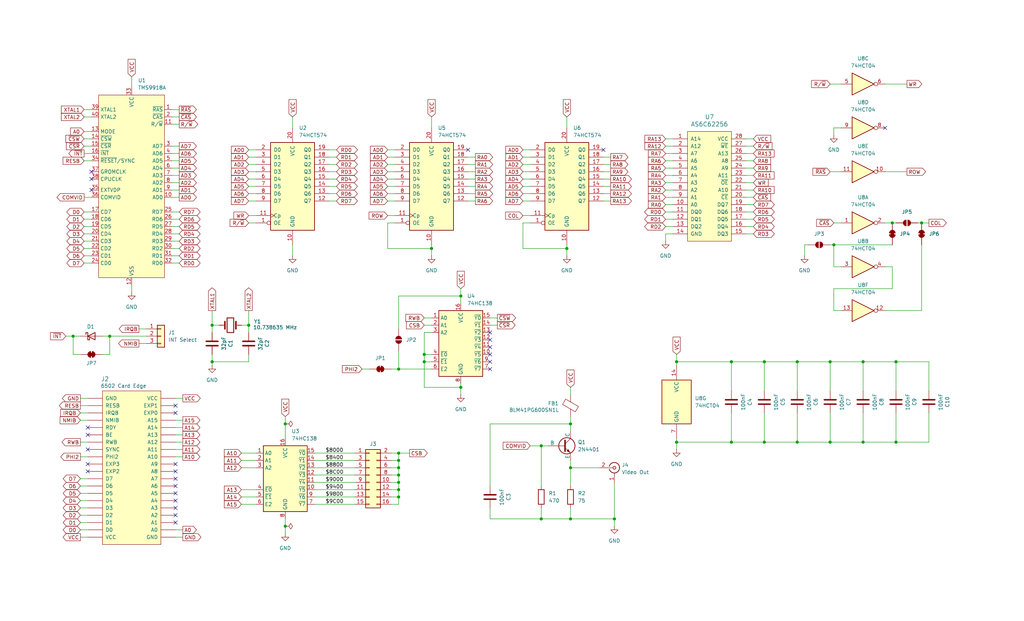
<source format=kicad_sch>
(kicad_sch (version 20250114) (generator "eeschema") (generator_version "9.0")
  (paper "USLegal")
  (title_block (title "6502 Video Card") (date "2025-09-06") (rev "1.1") (company "A.C. Wright Design"))
  (junction (at 147.32 123.19))
  (junction (at 254 153.67))
  (junction (at 265.43 153.67))
  (junction (at 311.15 125.73))
  (junction (at 138.43 165.1))
  (junction (at 276.86 125.73))
  (junction (at 149.86 86.36))
  (junction (at 99.06 147.32))
  (junction (at 138.43 128.27))
  (junction (at 309.88 77.47))
  (junction (at 198.12 180.34))
  (junction (at 276.86 153.67))
  (junction (at 289.56 85.09))
  (junction (at 147.32 125.73))
  (junction (at 187.96 180.34))
  (junction (at 198.12 162.56))
  (junction (at 320.04 77.47))
  (junction (at 138.43 170.18))
  (junction (at 288.29 153.67))
  (junction (at 73.66 125.73))
  (junction (at 86.36 113.03))
  (junction (at 234.95 153.67))
  (junction (at 254 125.73))
  (junction (at 138.43 167.64))
  (junction (at 311.15 153.67))
  (junction (at 198.12 147.32))
  (junction (at 288.29 125.73))
  (junction (at 196.85 86.36))
  (junction (at 299.72 125.73))
  (junction (at 299.72 153.67))
  (junction (at 265.43 125.73))
  (junction (at 138.43 172.72))
  (junction (at 160.02 134.62))
  (junction (at 160.02 102.87))
  (junction (at 234.95 125.73))
  (junction (at 25.4 116.84))
  (junction (at 73.66 113.03))
  (junction (at 187.96 154.94))
  (junction (at 38.1 116.84))
  (junction (at 138.43 162.56))
  (junction (at 213.36 180.34))
  (junction (at 138.43 160.02))
  (junction (at 138.43 157.48))
  (junction (at 99.06 182.88))
  (no_connect (at 31.75 59.69))
  (no_connect (at 60.96 179.07))
  (no_connect (at 162.56 52.07))
  (no_connect (at 170.18 118.11))
  (no_connect (at 60.96 163.83))
  (no_connect (at 30.48 163.83))
  (no_connect (at 30.48 151.13))
  (no_connect (at 30.48 148.59))
  (no_connect (at 60.96 166.37))
  (no_connect (at 60.96 173.99))
  (no_connect (at 60.96 168.91))
  (no_connect (at 31.75 66.04))
  (no_connect (at 170.18 120.65))
  (no_connect (at 30.48 156.21))
  (no_connect (at 307.34 44.45))
  (no_connect (at 170.18 125.73))
  (no_connect (at 60.96 181.61))
  (no_connect (at 60.96 176.53))
  (no_connect (at 170.18 123.19))
  (no_connect (at 170.18 115.57))
  (no_connect (at 30.48 161.29))
  (no_connect (at 209.55 52.07))
  (no_connect (at 60.96 143.51))
  (no_connect (at 60.96 140.97))
  (no_connect (at 170.18 128.27))
  (no_connect (at 60.96 171.45))
  (no_connect (at 31.75 62.23))
  (no_connect (at 60.96 161.29))
  (wire (pts (xy 134.62 74.93) (xy 137.16 74.93)))
  (wire (pts (xy 29.21 68.58) (xy 31.75 68.58)))
  (wire (pts (xy 307.34 77.47) (xy 309.88 77.47)))
  (wire (pts (xy 59.69 86.36) (xy 62.23 86.36)))
  (wire (pts (xy 162.56 67.31) (xy 165.1 67.31)))
  (wire (pts (xy 138.43 165.1) (xy 138.43 162.56)))
  (wire (pts (xy 209.55 59.69) (xy 212.09 59.69)))
  (wire (pts (xy 29.21 48.26) (xy 31.75 48.26)))
  (wire (pts (xy 59.69 66.04) (xy 62.23 66.04)))
  (wire (pts (xy 59.69 43.18) (xy 62.23 43.18)))
  (wire (pts (xy 109.22 175.26) (xy 123.19 175.26)))
  (wire (pts (xy 209.55 69.85) (xy 212.09 69.85)))
  (wire (pts (xy 114.3 67.31) (xy 116.84 67.31)))
  (wire (pts (xy 147.32 113.03) (xy 149.86 113.03)))
  (wire (pts (xy 231.14 68.58) (xy 233.68 68.58)))
  (wire (pts (xy 162.56 62.23) (xy 165.1 62.23)))
  (wire (pts (xy 149.86 40.64) (xy 149.86 44.45)))
  (wire (pts (xy 289.56 92.71) (xy 292.1 92.71)))
  (wire (pts (xy 59.69 53.34) (xy 62.23 53.34)))
  (wire (pts (xy 198.12 176.53) (xy 198.12 180.34)))
  (wire (pts (xy 276.86 153.67) (xy 265.43 153.67)))
  (wire (pts (xy 138.43 175.26) (xy 138.43 172.72)))
  (wire (pts (xy 83.82 160.02) (xy 88.9 160.02)))
  (wire (pts (xy 125.73 128.27) (xy 128.27 128.27)))
  (wire (pts (xy 149.86 86.36) (xy 149.86 88.9)))
  (wire (pts (xy 289.56 77.47) (xy 292.1 77.47)))
  (wire (pts (xy 160.02 102.87) (xy 160.02 105.41)))
  (wire (pts (xy 292.1 44.45) (xy 289.56 44.45)))
  (wire (pts (xy 27.94 184.15) (xy 30.48 184.15)))
  (wire (pts (xy 27.94 171.45) (xy 30.48 171.45)))
  (wire (pts (xy 101.6 40.64) (xy 101.6 44.45)))
  (wire (pts (xy 234.95 152.4) (xy 234.95 153.67)))
  (wire (pts (xy 322.58 143.51) (xy 322.58 153.67)))
  (wire (pts (xy 181.61 77.47) (xy 181.61 86.36)))
  (wire (pts (xy 86.36 113.03) (xy 86.36 115.57)))
  (wire (pts (xy 86.36 67.31) (xy 88.9 67.31)))
  (wire (pts (xy 60.96 153.67) (xy 63.5 153.67)))
  (wire (pts (xy 60.96 148.59) (xy 63.5 148.59)))
  (wire (pts (xy 138.43 128.27) (xy 149.86 128.27)))
  (wire (pts (xy 149.86 123.19) (xy 147.32 123.19)))
  (wire (pts (xy 289.56 107.95) (xy 292.1 107.95)))
  (wire (pts (xy 299.72 125.73) (xy 288.29 125.73)))
  (wire (pts (xy 279.4 85.09) (xy 279.4 88.9)))
  (wire (pts (xy 22.86 116.84) (xy 25.4 116.84)))
  (wire (pts (xy 288.29 125.73) (xy 288.29 135.89)))
  (wire (pts (xy 181.61 74.93) (xy 184.15 74.93)))
  (wire (pts (xy 311.15 143.51) (xy 311.15 153.67)))
  (wire (pts (xy 138.43 167.64) (xy 138.43 165.1)))
  (wire (pts (xy 160.02 100.33) (xy 160.02 102.87)))
  (wire (pts (xy 147.32 115.57) (xy 147.32 123.19)))
  (wire (pts (xy 29.21 45.72) (xy 31.75 45.72)))
  (wire (pts (xy 99.06 182.88) (xy 99.06 185.42)))
  (wire (pts (xy 309.88 92.71) (xy 309.88 100.33)))
  (wire (pts (xy 86.36 64.77) (xy 88.9 64.77)))
  (wire (pts (xy 134.62 59.69) (xy 137.16 59.69)))
  (wire (pts (xy 265.43 125.73) (xy 265.43 135.89)))
  (wire (pts (xy 299.72 153.67) (xy 311.15 153.67)))
  (wire (pts (xy 170.18 113.03) (xy 172.72 113.03)))
  (wire (pts (xy 59.69 63.5) (xy 62.23 63.5)))
  (wire (pts (xy 73.66 123.19) (xy 73.66 125.73)))
  (wire (pts (xy 162.56 54.61) (xy 165.1 54.61)))
  (wire (pts (xy 109.22 157.48) (xy 123.19 157.48)))
  (wire (pts (xy 73.66 107.95) (xy 73.66 113.03)))
  (wire (pts (xy 181.61 62.23) (xy 184.15 62.23)))
  (wire (pts (xy 109.22 160.02) (xy 123.19 160.02)))
  (wire (pts (xy 181.61 59.69) (xy 184.15 59.69)))
  (wire (pts (xy 209.55 57.15) (xy 212.09 57.15)))
  (wire (pts (xy 114.3 57.15) (xy 116.84 57.15)))
  (wire (pts (xy 138.43 170.18) (xy 138.43 167.64)))
  (wire (pts (xy 73.66 125.73) (xy 73.66 127)))
  (wire (pts (xy 187.96 154.94) (xy 187.96 168.91)))
  (wire (pts (xy 27.94 168.91) (xy 30.48 168.91)))
  (wire (pts (xy 209.55 62.23) (xy 212.09 62.23)))
  (wire (pts (xy 59.69 91.44) (xy 62.23 91.44)))
  (wire (pts (xy 29.21 73.66) (xy 31.75 73.66)))
  (wire (pts (xy 27.94 176.53) (xy 30.48 176.53)))
  (wire (pts (xy 259.08 63.5) (xy 261.62 63.5)))
  (wire (pts (xy 259.08 71.12) (xy 261.62 71.12)))
  (wire (pts (xy 134.62 86.36) (xy 149.86 86.36)))
  (wire (pts (xy 233.68 81.28) (xy 231.14 81.28)))
  (wire (pts (xy 138.43 157.48) (xy 142.24 157.48)))
  (wire (pts (xy 29.21 55.88) (xy 31.75 55.88)))
  (wire (pts (xy 198.12 134.62) (xy 198.12 137.16)))
  (wire (pts (xy 209.55 64.77) (xy 212.09 64.77)))
  (wire (pts (xy 184.15 77.47) (xy 181.61 77.47)))
  (wire (pts (xy 309.88 77.47) (xy 311.15 77.47)))
  (wire (pts (xy 59.69 40.64) (xy 62.23 40.64)))
  (wire (pts (xy 29.21 88.9) (xy 31.75 88.9)))
  (wire (pts (xy 254 153.67) (xy 234.95 153.67)))
  (wire (pts (xy 86.36 74.93) (xy 88.9 74.93)))
  (wire (pts (xy 234.95 125.73) (xy 234.95 127)))
  (wire (pts (xy 170.18 168.91) (xy 170.18 147.32)))
  (wire (pts (xy 109.22 167.64) (xy 123.19 167.64)))
  (wire (pts (xy 265.43 153.67) (xy 254 153.67)))
  (wire (pts (xy 198.12 180.34) (xy 213.36 180.34)))
  (wire (pts (xy 134.62 52.07) (xy 137.16 52.07)))
  (wire (pts (xy 27.94 173.99) (xy 30.48 173.99)))
  (wire (pts (xy 234.95 123.19) (xy 234.95 125.73)))
  (wire (pts (xy 59.69 58.42) (xy 62.23 58.42)))
  (wire (pts (xy 149.86 85.09) (xy 149.86 86.36)))
  (wire (pts (xy 114.3 64.77) (xy 116.84 64.77)))
  (wire (pts (xy 59.69 38.1) (xy 62.23 38.1)))
  (wire (pts (xy 29.21 78.74) (xy 31.75 78.74)))
  (wire (pts (xy 60.96 184.15) (xy 63.5 184.15)))
  (wire (pts (xy 254 125.73) (xy 234.95 125.73)))
  (wire (pts (xy 114.3 69.85) (xy 116.84 69.85)))
  (wire (pts (xy 73.66 113.03) (xy 73.66 115.57)))
  (wire (pts (xy 181.61 52.07) (xy 184.15 52.07)))
  (wire (pts (xy 231.14 63.5) (xy 233.68 63.5)))
  (wire (pts (xy 196.85 86.36) (xy 196.85 88.9)))
  (wire (pts (xy 259.08 66.04) (xy 261.62 66.04)))
  (wire (pts (xy 60.96 138.43) (xy 63.5 138.43)))
  (wire (pts (xy 86.36 125.73) (xy 86.36 123.19)))
  (wire (pts (xy 231.14 66.04) (xy 233.68 66.04)))
  (wire (pts (xy 147.32 125.73) (xy 147.32 134.62)))
  (wire (pts (xy 48.26 119.38) (xy 50.8 119.38)))
  (wire (pts (xy 138.43 162.56) (xy 138.43 160.02)))
  (wire (pts (xy 59.69 60.96) (xy 62.23 60.96)))
  (wire (pts (xy 27.94 138.43) (xy 30.48 138.43)))
  (wire (pts (xy 198.12 162.56) (xy 208.28 162.56)))
  (wire (pts (xy 27.94 143.51) (xy 30.48 143.51)))
  (wire (pts (xy 135.89 157.48) (xy 138.43 157.48)))
  (wire (pts (xy 45.72 99.06) (xy 45.72 101.6)))
  (wire (pts (xy 162.56 57.15) (xy 165.1 57.15)))
  (wire (pts (xy 27.94 140.97) (xy 30.48 140.97)))
  (wire (pts (xy 114.3 62.23) (xy 116.84 62.23)))
  (wire (pts (xy 86.36 57.15) (xy 88.9 57.15)))
  (wire (pts (xy 276.86 125.73) (xy 265.43 125.73)))
  (wire (pts (xy 137.16 77.47) (xy 134.62 77.47)))
  (wire (pts (xy 279.4 85.09) (xy 280.67 85.09)))
  (wire (pts (xy 99.06 147.32) (xy 99.06 144.78)))
  (wire (pts (xy 134.62 57.15) (xy 137.16 57.15)))
  (wire (pts (xy 134.62 62.23) (xy 137.16 62.23)))
  (wire (pts (xy 259.08 55.88) (xy 261.62 55.88)))
  (wire (pts (xy 288.29 29.21) (xy 292.1 29.21)))
  (wire (pts (xy 181.61 57.15) (xy 184.15 57.15)))
  (wire (pts (xy 259.08 81.28) (xy 261.62 81.28)))
  (wire (pts (xy 162.56 64.77) (xy 165.1 64.77)))
  (wire (pts (xy 27.94 186.69) (xy 30.48 186.69)))
  (wire (pts (xy 259.08 48.26) (xy 261.62 48.26)))
  (wire (pts (xy 59.69 76.2) (xy 62.23 76.2)))
  (wire (pts (xy 288.29 59.69) (xy 292.1 59.69)))
  (wire (pts (xy 60.96 186.69) (xy 63.5 186.69)))
  (wire (pts (xy 86.36 54.61) (xy 88.9 54.61)))
  (wire (pts (xy 29.21 76.2) (xy 31.75 76.2)))
  (wire (pts (xy 83.82 170.18) (xy 88.9 170.18)))
  (wire (pts (xy 170.18 147.32) (xy 198.12 147.32)))
  (wire (pts (xy 231.14 53.34) (xy 233.68 53.34)))
  (wire (pts (xy 73.66 125.73) (xy 86.36 125.73)))
  (wire (pts (xy 289.56 85.09) (xy 289.56 92.71)))
  (wire (pts (xy 213.36 180.34) (xy 213.36 182.88)))
  (wire (pts (xy 149.86 115.57) (xy 147.32 115.57)))
  (wire (pts (xy 29.21 50.8) (xy 31.75 50.8)))
  (wire (pts (xy 27.94 166.37) (xy 30.48 166.37)))
  (wire (pts (xy 299.72 153.67) (xy 288.29 153.67)))
  (wire (pts (xy 231.14 71.12) (xy 233.68 71.12)))
  (wire (pts (xy 318.77 77.47) (xy 320.04 77.47)))
  (wire (pts (xy 35.56 123.19) (xy 38.1 123.19)))
  (wire (pts (xy 309.88 100.33) (xy 289.56 100.33)))
  (wire (pts (xy 114.3 59.69) (xy 116.84 59.69)))
  (wire (pts (xy 288.29 85.09) (xy 289.56 85.09)))
  (wire (pts (xy 83.82 162.56) (xy 88.9 162.56)))
  (wire (pts (xy 231.14 48.26) (xy 233.68 48.26)))
  (wire (pts (xy 307.34 59.69) (xy 314.96 59.69)))
  (wire (pts (xy 60.96 146.05) (xy 63.5 146.05)))
  (wire (pts (xy 114.3 54.61) (xy 116.84 54.61)))
  (wire (pts (xy 198.12 144.78) (xy 198.12 147.32)))
  (wire (pts (xy 29.21 83.82) (xy 31.75 83.82)))
  (wire (pts (xy 27.94 153.67) (xy 30.48 153.67)))
  (wire (pts (xy 138.43 102.87) (xy 160.02 102.87)))
  (wire (pts (xy 27.94 181.61) (xy 30.48 181.61)))
  (wire (pts (xy 322.58 125.73) (xy 311.15 125.73)))
  (wire (pts (xy 138.43 160.02) (xy 135.89 160.02)))
  (wire (pts (xy 162.56 59.69) (xy 165.1 59.69)))
  (wire (pts (xy 181.61 69.85) (xy 184.15 69.85)))
  (wire (pts (xy 135.89 162.56) (xy 138.43 162.56)))
  (wire (pts (xy 83.82 175.26) (xy 88.9 175.26)))
  (wire (pts (xy 322.58 135.89) (xy 322.58 125.73)))
  (wire (pts (xy 265.43 125.73) (xy 254 125.73)))
  (wire (pts (xy 59.69 73.66) (xy 62.23 73.66)))
  (wire (pts (xy 25.4 116.84) (xy 27.94 116.84)))
  (wire (pts (xy 184.15 154.94) (xy 187.96 154.94)))
  (wire (pts (xy 60.96 156.21) (xy 63.5 156.21)))
  (wire (pts (xy 25.4 123.19) (xy 27.94 123.19)))
  (wire (pts (xy 38.1 116.84) (xy 35.56 116.84)))
  (wire (pts (xy 27.94 146.05) (xy 30.48 146.05)))
  (wire (pts (xy 99.06 180.34) (xy 99.06 182.88)))
  (wire (pts (xy 114.3 52.07) (xy 116.84 52.07)))
  (wire (pts (xy 109.22 162.56) (xy 123.19 162.56)))
  (wire (pts (xy 59.69 55.88) (xy 62.23 55.88)))
  (wire (pts (xy 170.18 110.49) (xy 172.72 110.49)))
  (wire (pts (xy 86.36 77.47) (xy 88.9 77.47)))
  (wire (pts (xy 138.43 160.02) (xy 138.43 157.48)))
  (wire (pts (xy 299.72 135.89) (xy 299.72 125.73)))
  (wire (pts (xy 259.08 60.96) (xy 261.62 60.96)))
  (wire (pts (xy 160.02 134.62) (xy 160.02 137.16)))
  (wire (pts (xy 83.82 157.48) (xy 88.9 157.48)))
  (wire (pts (xy 38.1 123.19) (xy 38.1 116.84)))
  (wire (pts (xy 187.96 176.53) (xy 187.96 180.34)))
  (wire (pts (xy 138.43 167.64) (xy 135.89 167.64)))
  (wire (pts (xy 109.22 165.1) (xy 123.19 165.1)))
  (wire (pts (xy 320.04 77.47) (xy 322.58 77.47)))
  (wire (pts (xy 265.43 143.51) (xy 265.43 153.67)))
  (wire (pts (xy 101.6 85.09) (xy 101.6 88.9)))
  (wire (pts (xy 259.08 53.34) (xy 261.62 53.34)))
  (wire (pts (xy 209.55 54.61) (xy 212.09 54.61)))
  (wire (pts (xy 45.72 26.67) (xy 45.72 30.48)))
  (wire (pts (xy 138.43 172.72) (xy 138.43 170.18)))
  (wire (pts (xy 99.06 147.32) (xy 99.06 152.4)))
  (wire (pts (xy 59.69 68.58) (xy 62.23 68.58)))
  (wire (pts (xy 307.34 92.71) (xy 309.88 92.71)))
  (wire (pts (xy 59.69 81.28) (xy 62.23 81.28)))
  (wire (pts (xy 25.4 116.84) (xy 25.4 123.19)))
  (wire (pts (xy 307.34 29.21) (xy 314.96 29.21)))
  (wire (pts (xy 29.21 53.34) (xy 31.75 53.34)))
  (wire (pts (xy 181.61 67.31) (xy 184.15 67.31)))
  (wire (pts (xy 29.21 81.28) (xy 31.75 81.28)))
  (wire (pts (xy 147.32 123.19) (xy 147.32 125.73)))
  (wire (pts (xy 254 125.73) (xy 254 135.89)))
  (wire (pts (xy 134.62 64.77) (xy 137.16 64.77)))
  (wire (pts (xy 83.82 172.72) (xy 88.9 172.72)))
  (wire (pts (xy 162.56 69.85) (xy 165.1 69.85)))
  (wire (pts (xy 322.58 153.67) (xy 311.15 153.67)))
  (wire (pts (xy 198.12 160.02) (xy 198.12 162.56)))
  (wire (pts (xy 276.86 125.73) (xy 276.86 135.89)))
  (wire (pts (xy 289.56 44.45) (xy 289.56 46.99)))
  (wire (pts (xy 181.61 64.77) (xy 184.15 64.77)))
  (wire (pts (xy 231.14 78.74) (xy 233.68 78.74)))
  (wire (pts (xy 134.62 67.31) (xy 137.16 67.31)))
  (wire (pts (xy 109.22 170.18) (xy 123.19 170.18)))
  (wire (pts (xy 138.43 172.72) (xy 135.89 172.72)))
  (wire (pts (xy 86.36 59.69) (xy 88.9 59.69)))
  (wire (pts (xy 138.43 170.18) (xy 135.89 170.18)))
  (wire (pts (xy 60.96 151.13) (xy 63.5 151.13)))
  (wire (pts (xy 299.72 143.51) (xy 299.72 153.67)))
  (wire (pts (xy 170.18 176.53) (xy 170.18 180.34)))
  (wire (pts (xy 254 143.51) (xy 254 153.67)))
  (wire (pts (xy 76.2 113.03) (xy 73.66 113.03)))
  (wire (pts (xy 307.34 107.95) (xy 320.04 107.95)))
  (wire (pts (xy 135.89 128.27) (xy 138.43 128.27)))
  (wire (pts (xy 86.36 52.07) (xy 88.9 52.07)))
  (wire (pts (xy 134.62 69.85) (xy 137.16 69.85)))
  (wire (pts (xy 59.69 88.9) (xy 62.23 88.9)))
  (wire (pts (xy 231.14 81.28) (xy 231.14 83.82)))
  (wire (pts (xy 29.21 91.44) (xy 31.75 91.44)))
  (wire (pts (xy 59.69 78.74) (xy 62.23 78.74)))
  (wire (pts (xy 138.43 114.3) (xy 138.43 102.87)))
  (wire (pts (xy 198.12 162.56) (xy 198.12 168.91)))
  (wire (pts (xy 147.32 110.49) (xy 149.86 110.49)))
  (wire (pts (xy 231.14 50.8) (xy 233.68 50.8)))
  (wire (pts (xy 231.14 60.96) (xy 233.68 60.96)))
  (wire (pts (xy 320.04 85.09) (xy 320.04 107.95)))
  (wire (pts (xy 29.21 38.1) (xy 31.75 38.1)))
  (wire (pts (xy 138.43 121.92) (xy 138.43 128.27)))
  (wire (pts (xy 196.85 85.09) (xy 196.85 86.36)))
  (wire (pts (xy 276.86 143.51) (xy 276.86 153.67)))
  (wire (pts (xy 38.1 116.84) (xy 50.8 116.84)))
  (wire (pts (xy 27.94 158.75) (xy 30.48 158.75)))
  (wire (pts (xy 231.14 58.42) (xy 233.68 58.42)))
  (wire (pts (xy 259.08 78.74) (xy 261.62 78.74)))
  (wire (pts (xy 288.29 143.51) (xy 288.29 153.67)))
  (wire (pts (xy 288.29 153.67) (xy 276.86 153.67)))
  (wire (pts (xy 29.21 86.36) (xy 31.75 86.36)))
  (wire (pts (xy 138.43 165.1) (xy 135.89 165.1)))
  (wire (pts (xy 234.95 153.67) (xy 234.95 156.21)))
  (wire (pts (xy 209.55 67.31) (xy 212.09 67.31)))
  (wire (pts (xy 86.36 62.23) (xy 88.9 62.23)))
  (wire (pts (xy 86.36 107.95) (xy 86.36 113.03)))
  (wire (pts (xy 147.32 134.62) (xy 160.02 134.62)))
  (wire (pts (xy 259.08 50.8) (xy 261.62 50.8)))
  (wire (pts (xy 60.96 158.75) (xy 63.5 158.75)))
  (wire (pts (xy 134.62 54.61) (xy 137.16 54.61)))
  (wire (pts (xy 190.5 154.94) (xy 187.96 154.94)))
  (wire (pts (xy 48.26 114.3) (xy 50.8 114.3)))
  (wire (pts (xy 259.08 68.58) (xy 261.62 68.58)))
  (wire (pts (xy 289.56 100.33) (xy 289.56 107.95)))
  (wire (pts (xy 198.12 147.32) (xy 198.12 149.86)))
  (wire (pts (xy 231.14 55.88) (xy 233.68 55.88)))
  (wire (pts (xy 59.69 83.82) (xy 62.23 83.82)))
  (wire (pts (xy 135.89 175.26) (xy 138.43 175.26)))
  (wire (pts (xy 147.32 125.73) (xy 149.86 125.73)))
  (wire (pts (xy 311.15 125.73) (xy 311.15 135.89)))
  (wire (pts (xy 27.94 179.07) (xy 30.48 179.07)))
  (wire (pts (xy 259.08 73.66) (xy 261.62 73.66)))
  (wire (pts (xy 299.72 125.73) (xy 311.15 125.73)))
  (wire (pts (xy 213.36 167.64) (xy 213.36 180.34)))
  (wire (pts (xy 109.22 172.72) (xy 123.19 172.72)))
  (wire (pts (xy 259.08 58.42) (xy 261.62 58.42)))
  (wire (pts (xy 259.08 76.2) (xy 261.62 76.2)))
  (wire (pts (xy 86.36 69.85) (xy 88.9 69.85)))
  (wire (pts (xy 83.82 113.03) (xy 86.36 113.03)))
  (wire (pts (xy 231.14 73.66) (xy 233.68 73.66)))
  (wire (pts (xy 134.62 77.47) (xy 134.62 86.36)))
  (wire (pts (xy 187.96 180.34) (xy 198.12 180.34)))
  (wire (pts (xy 196.85 40.64) (xy 196.85 44.45)))
  (wire (pts (xy 181.61 54.61) (xy 184.15 54.61)))
  (wire (pts (xy 160.02 133.35) (xy 160.02 134.62)))
  (wire (pts (xy 59.69 50.8) (xy 62.23 50.8)))
  (wire (pts (xy 29.21 40.64) (xy 31.75 40.64)))
  (wire (pts (xy 181.61 86.36) (xy 196.85 86.36)))
  (wire (pts (xy 289.56 85.09) (xy 309.88 85.09)))
  (wire (pts (xy 170.18 180.34) (xy 187.96 180.34)))
  (wire (pts (xy 231.14 76.2) (xy 233.68 76.2)))
  (wire (pts (xy 288.29 125.73) (xy 276.86 125.73)))
  (label "$8400" (at 113.03 160.02 0))
  (label "$9C00" (at 113.03 175.26 0))
  (label "$9000" (at 113.03 167.64 0))
  (label "$8800" (at 113.03 162.56 0))
  (label "$8000" (at 113.03 157.48 0))
  (label "$9400" (at 113.03 170.18 0))
  (label "$9800" (at 113.03 172.72 0))
  (label "$8C00" (at 113.03 165.1 0))
  (global_label "AD4" (shape input) (at 86.36 62.23 180) (property "Intersheetrefs" "${INTERSHEET_REFS}" (effects (hide yes))))
  (global_label "D5" (shape bidirectional) (at 27.94 171.45 180) (property "Intersheetrefs" "${INTERSHEET_REFS}" (effects (hide yes))))
  (global_label "RA10" (shape input) (at 261.62 66.04 0) (property "Intersheetrefs" "${INTERSHEET_REFS}" (effects (hide yes))))
  (global_label "RD4" (shape bidirectional) (at 62.23 81.28 0) (property "Intersheetrefs" "${INTERSHEET_REFS}" (effects (hide yes))))
  (global_label "AD2" (shape input) (at 86.36 57.15 180) (property "Intersheetrefs" "${INTERSHEET_REFS}" (effects (hide yes))))
  (global_label "WR" (shape output) (at 314.96 29.21 0) (property "Intersheetrefs" "${INTERSHEET_REFS}" (effects (hide yes))))
  (global_label "IRQB" (shape input) (at 27.94 143.51 180) (property "Intersheetrefs" "${INTERSHEET_REFS}" (effects (hide yes))))
  (global_label "A11" (shape input) (at 83.82 160.02 180) (property "Intersheetrefs" "${INTERSHEET_REFS}" (effects (hide yes))))
  (global_label "COMVID" (shape output) (at 29.21 68.58 180) (property "Intersheetrefs" "${INTERSHEET_REFS}" (effects (hide yes))))
  (global_label "COMVID" (shape input) (at 184.15 154.94 180) (property "Intersheetrefs" "${INTERSHEET_REFS}" (effects (hide yes))))
  (global_label "AD1" (shape input) (at 86.36 54.61 180) (property "Intersheetrefs" "${INTERSHEET_REFS}" (effects (hide yes))))
  (global_label "AD2" (shape output) (at 62.23 63.5 0) (property "Intersheetrefs" "${INTERSHEET_REFS}" (effects (hide yes))))
  (global_label "AD7" (shape output) (at 62.23 50.8 0) (property "Intersheetrefs" "${INTERSHEET_REFS}" (effects (hide yes))))
  (global_label "WR" (shape input) (at 261.62 63.5 0) (property "Intersheetrefs" "${INTERSHEET_REFS}" (effects (hide yes))))
  (global_label "RD2" (shape bidirectional) (at 116.84 57.15 0) (property "Intersheetrefs" "${INTERSHEET_REFS}" (effects (hide yes))))
  (global_label "RA8" (shape output) (at 212.09 57.15 0) (property "Intersheetrefs" "${INTERSHEET_REFS}" (effects (hide yes))))
  (global_label "AD3" (shape input) (at 181.61 59.69 180) (property "Intersheetrefs" "${INTERSHEET_REFS}" (effects (hide yes))))
  (global_label "RD7" (shape bidirectional) (at 62.23 73.66 0) (property "Intersheetrefs" "${INTERSHEET_REFS}" (effects (hide yes))))
  (global_label "VCC" (shape input) (at 198.12 134.62 90) (property "Intersheetrefs" "${INTERSHEET_REFS}" (effects (hide yes))))
  (global_label "VCC" (shape input) (at 261.62 48.26 0) (property "Intersheetrefs" "${INTERSHEET_REFS}" (effects (hide yes))))
  (global_label "A13" (shape output) (at 63.5 151.13 0) (property "Intersheetrefs" "${INTERSHEET_REFS}" (effects (hide yes))))
  (global_label "VCC" (shape input) (at 99.06 144.78 90) (property "Intersheetrefs" "${INTERSHEET_REFS}" (effects (hide yes))))
  (global_label "A12" (shape input) (at 83.82 162.56 180) (property "Intersheetrefs" "${INTERSHEET_REFS}" (effects (hide yes))))
  (global_label "NMIB" (shape output) (at 48.26 119.38 180) (property "Intersheetrefs" "${INTERSHEET_REFS}" (effects (hide yes))))
  (global_label "RD3" (shape bidirectional) (at 62.23 83.82 0) (property "Intersheetrefs" "${INTERSHEET_REFS}" (effects (hide yes))))
  (global_label "AD2" (shape input) (at 181.61 57.15 180) (property "Intersheetrefs" "${INTERSHEET_REFS}" (effects (hide yes))))
  (global_label "RA12" (shape input) (at 231.14 50.8 180) (property "Intersheetrefs" "${INTERSHEET_REFS}" (effects (hide yes))))
  (global_label "A13" (shape input) (at 83.82 170.18 180) (property "Intersheetrefs" "${INTERSHEET_REFS}" (effects (hide yes))))
  (global_label "RA8" (shape input) (at 261.62 55.88 0) (property "Intersheetrefs" "${INTERSHEET_REFS}" (effects (hide yes))))
  (global_label "AD4" (shape input) (at 181.61 62.23 180) (property "Intersheetrefs" "${INTERSHEET_REFS}" (effects (hide yes))))
  (global_label "RD2" (shape bidirectional) (at 231.14 78.74 180) (property "Intersheetrefs" "${INTERSHEET_REFS}" (effects (hide yes))))
  (global_label "VCC" (shape input) (at 196.85 40.64 90) (property "Intersheetrefs" "${INTERSHEET_REFS}" (effects (hide yes))))
  (global_label "~{CAS}" (shape input) (at 261.62 68.58 0) (property "Intersheetrefs" "${INTERSHEET_REFS}" (effects (hide yes))))
  (global_label "RWB" (shape input) (at 147.32 110.49 180) (property "Intersheetrefs" "${INTERSHEET_REFS}" (effects (hide yes))))
  (global_label "XTAL2" (shape input) (at 29.21 40.64 180) (property "Intersheetrefs" "${INTERSHEET_REFS}" (effects (hide yes))))
  (global_label "WR" (shape input) (at 86.36 74.93 180) (property "Intersheetrefs" "${INTERSHEET_REFS}" (effects (hide yes))))
  (global_label "R{slash}~{W}" (shape output) (at 62.23 43.18 0) (property "Intersheetrefs" "${INTERSHEET_REFS}" (effects (hide yes))))
  (global_label "AD1" (shape output) (at 62.23 66.04 0) (property "Intersheetrefs" "${INTERSHEET_REFS}" (effects (hide yes))))
  (global_label "VCC" (shape input) (at 45.72 26.67 90) (property "Intersheetrefs" "${INTERSHEET_REFS}" (effects (hide yes))))
  (global_label "ROW" (shape output) (at 314.96 59.69 0) (property "Intersheetrefs" "${INTERSHEET_REFS}" (effects (hide yes))))
  (global_label "~{CAS}" (shape output) (at 62.23 40.64 0) (property "Intersheetrefs" "${INTERSHEET_REFS}" (effects (hide yes))))
  (global_label "~{CSW}" (shape output) (at 172.72 110.49 0) (property "Intersheetrefs" "${INTERSHEET_REFS}" (effects (hide yes))))
  (global_label "D1" (shape bidirectional) (at 27.94 181.61 180) (property "Intersheetrefs" "${INTERSHEET_REFS}" (effects (hide yes))))
  (global_label "ROW" (shape input) (at 134.62 74.93 180) (property "Intersheetrefs" "${INTERSHEET_REFS}" (effects (hide yes))))
  (global_label "D3" (shape bidirectional) (at 29.21 81.28 180) (property "Intersheetrefs" "${INTERSHEET_REFS}" (effects (hide yes))))
  (global_label "RD7" (shape bidirectional) (at 116.84 69.85 0) (property "Intersheetrefs" "${INTERSHEET_REFS}" (effects (hide yes))))
  (global_label "VCC" (shape input) (at 234.95 123.19 90) (property "Intersheetrefs" "${INTERSHEET_REFS}" (effects (hide yes))))
  (global_label "R{slash}~{W}" (shape input) (at 261.62 50.8 0) (property "Intersheetrefs" "${INTERSHEET_REFS}" (effects (hide yes))))
  (global_label "AD5" (shape input) (at 86.36 64.77 180) (property "Intersheetrefs" "${INTERSHEET_REFS}" (effects (hide yes))))
  (global_label "RA4" (shape output) (at 165.1 64.77 0) (property "Intersheetrefs" "${INTERSHEET_REFS}" (effects (hide yes))))
  (global_label "RD2" (shape bidirectional) (at 62.23 86.36 0) (property "Intersheetrefs" "${INTERSHEET_REFS}" (effects (hide yes))))
  (global_label "AD5" (shape input) (at 181.61 64.77 180) (property "Intersheetrefs" "${INTERSHEET_REFS}" (effects (hide yes))))
  (global_label "A15" (shape output) (at 63.5 146.05 0) (property "Intersheetrefs" "${INTERSHEET_REFS}" (effects (hide yes))))
  (global_label "RD5" (shape bidirectional) (at 116.84 64.77 0) (property "Intersheetrefs" "${INTERSHEET_REFS}" (effects (hide yes))))
  (global_label "RA13" (shape input) (at 261.62 53.34 0) (property "Intersheetrefs" "${INTERSHEET_REFS}" (effects (hide yes))))
  (global_label "VCC" (shape output) (at 27.94 186.69 180) (property "Intersheetrefs" "${INTERSHEET_REFS}" (effects (hide yes))))
  (global_label "A14" (shape output) (at 63.5 148.59 0) (property "Intersheetrefs" "${INTERSHEET_REFS}" (effects (hide yes))))
  (global_label "D3" (shape bidirectional) (at 27.94 176.53 180) (property "Intersheetrefs" "${INTERSHEET_REFS}" (effects (hide yes))))
  (global_label "AD0" (shape output) (at 62.23 68.58 0) (property "Intersheetrefs" "${INTERSHEET_REFS}" (effects (hide yes))))
  (global_label "AD5" (shape input) (at 134.62 64.77 180) (property "Intersheetrefs" "${INTERSHEET_REFS}" (effects (hide yes))))
  (global_label "A14" (shape input) (at 83.82 172.72 180) (property "Intersheetrefs" "${INTERSHEET_REFS}" (effects (hide yes))))
  (global_label "D6" (shape bidirectional) (at 29.21 88.9 180) (property "Intersheetrefs" "${INTERSHEET_REFS}" (effects (hide yes))))
  (global_label "AD6" (shape input) (at 134.62 67.31 180) (property "Intersheetrefs" "${INTERSHEET_REFS}" (effects (hide yes))))
  (global_label "GND" (shape output) (at 63.5 186.69 0) (property "Intersheetrefs" "${INTERSHEET_REFS}" (effects (hide yes))))
  (global_label "RA6" (shape input) (at 231.14 55.88 180) (property "Intersheetrefs" "${INTERSHEET_REFS}" (effects (hide yes))))
  (global_label "AD1" (shape input) (at 181.61 54.61 180) (property "Intersheetrefs" "${INTERSHEET_REFS}" (effects (hide yes))))
  (global_label "AD2" (shape input) (at 134.62 57.15 180) (property "Intersheetrefs" "${INTERSHEET_REFS}" (effects (hide yes))))
  (global_label "A10" (shape input) (at 83.82 157.48 180) (property "Intersheetrefs" "${INTERSHEET_REFS}" (effects (hide yes))))
  (global_label "D0" (shape bidirectional) (at 29.21 73.66 180) (property "Intersheetrefs" "${INTERSHEET_REFS}" (effects (hide yes))))
  (global_label "AD0" (shape input) (at 86.36 52.07 180) (property "Intersheetrefs" "${INTERSHEET_REFS}" (effects (hide yes))))
  (global_label "RD1" (shape bidirectional) (at 231.14 76.2 180) (property "Intersheetrefs" "${INTERSHEET_REFS}" (effects (hide yes))))
  (global_label "RD7" (shape bidirectional) (at 261.62 71.12 0) (property "Intersheetrefs" "${INTERSHEET_REFS}" (effects (hide yes))))
  (global_label "AD6" (shape input) (at 181.61 67.31 180) (property "Intersheetrefs" "${INTERSHEET_REFS}" (effects (hide yes))))
  (global_label "RD0" (shape bidirectional) (at 116.84 52.07 0) (property "Intersheetrefs" "${INTERSHEET_REFS}" (effects (hide yes))))
  (global_label "~{CSR}" (shape output) (at 172.72 113.03 0) (property "Intersheetrefs" "${INTERSHEET_REFS}" (effects (hide yes))))
  (global_label "RD6" (shape bidirectional) (at 62.23 76.2 0) (property "Intersheetrefs" "${INTERSHEET_REFS}" (effects (hide yes))))
  (global_label "IRQB" (shape output) (at 48.26 114.3 180) (property "Intersheetrefs" "${INTERSHEET_REFS}" (effects (hide yes))))
  (global_label "RWB" (shape output) (at 27.94 153.67 180) (property "Intersheetrefs" "${INTERSHEET_REFS}" (effects (hide yes))))
  (global_label "D1" (shape bidirectional) (at 29.21 76.2 180) (property "Intersheetrefs" "${INTERSHEET_REFS}" (effects (hide yes))))
  (global_label "PHI2" (shape output) (at 27.94 158.75 180) (property "Intersheetrefs" "${INTERSHEET_REFS}" (effects (hide yes))))
  (global_label "RA0" (shape output) (at 165.1 54.61 0) (property "Intersheetrefs" "${INTERSHEET_REFS}" (effects (hide yes))))
  (global_label "RA0" (shape input) (at 231.14 71.12 180) (property "Intersheetrefs" "${INTERSHEET_REFS}" (effects (hide yes))))
  (global_label "RA7" (shape output) (at 212.09 54.61 0) (property "Intersheetrefs" "${INTERSHEET_REFS}" (effects (hide yes))))
  (global_label "D7" (shape bidirectional) (at 29.21 91.44 180) (property "Intersheetrefs" "${INTERSHEET_REFS}" (effects (hide yes))))
  (global_label "RA13" (shape input) (at 231.14 48.26 180) (property "Intersheetrefs" "${INTERSHEET_REFS}" (effects (hide yes))))
  (global_label "AD5" (shape output) (at 62.23 55.88 0) (property "Intersheetrefs" "${INTERSHEET_REFS}" (effects (hide yes))))
  (global_label "RD5" (shape bidirectional) (at 62.23 78.74 0) (property "Intersheetrefs" "${INTERSHEET_REFS}" (effects (hide yes))))
  (global_label "D2" (shape bidirectional) (at 27.94 179.07 180) (property "Intersheetrefs" "${INTERSHEET_REFS}" (effects (hide yes))))
  (global_label "A0" (shape input) (at 29.21 45.72 180) (property "Intersheetrefs" "${INTERSHEET_REFS}" (effects (hide yes))))
  (global_label "RA5" (shape output) (at 165.1 67.31 0) (property "Intersheetrefs" "${INTERSHEET_REFS}" (effects (hide yes))))
  (global_label "A0" (shape output) (at 63.5 184.15 0) (property "Intersheetrefs" "${INTERSHEET_REFS}" (effects (hide yes))))
  (global_label "D2" (shape bidirectional) (at 29.21 78.74 180) (property "Intersheetrefs" "${INTERSHEET_REFS}" (effects (hide yes))))
  (global_label "RA1" (shape output) (at 165.1 57.15 0) (property "Intersheetrefs" "${INTERSHEET_REFS}" (effects (hide yes))))
  (global_label "CSB" (shape input) (at 147.32 113.03 180) (property "Intersheetrefs" "${INTERSHEET_REFS}" (effects (hide yes))))
  (global_label "RD3" (shape bidirectional) (at 116.84 59.69 0) (property "Intersheetrefs" "${INTERSHEET_REFS}" (effects (hide yes))))
  (global_label "D7" (shape bidirectional) (at 27.94 166.37 180) (property "Intersheetrefs" "${INTERSHEET_REFS}" (effects (hide yes))))
  (global_label "RD6" (shape bidirectional) (at 261.62 73.66 0) (property "Intersheetrefs" "${INTERSHEET_REFS}" (effects (hide yes))))
  (global_label "RD0" (shape bidirectional) (at 62.23 91.44 0) (property "Intersheetrefs" "${INTERSHEET_REFS}" (effects (hide yes))))
  (global_label "RA2" (shape output) (at 165.1 59.69 0) (property "Intersheetrefs" "${INTERSHEET_REFS}" (effects (hide yes))))
  (global_label "RA3" (shape input) (at 231.14 63.5 180) (property "Intersheetrefs" "${INTERSHEET_REFS}" (effects (hide yes))))
  (global_label "COL" (shape output) (at 322.58 77.47 0) (property "Intersheetrefs" "${INTERSHEET_REFS}" (effects (hide yes))))
  (global_label "RD0" (shape bidirectional) (at 231.14 73.66 180) (property "Intersheetrefs" "${INTERSHEET_REFS}" (effects (hide yes))))
  (global_label "AD7" (shape input) (at 134.62 69.85 180) (property "Intersheetrefs" "${INTERSHEET_REFS}" (effects (hide yes))))
  (global_label "RD4" (shape bidirectional) (at 261.62 78.74 0) (property "Intersheetrefs" "${INTERSHEET_REFS}" (effects (hide yes))))
  (global_label "VCC" (shape input) (at 149.86 40.64 90) (property "Intersheetrefs" "${INTERSHEET_REFS}" (effects (hide yes))))
  (global_label "AD0" (shape input) (at 181.61 52.07 180) (property "Intersheetrefs" "${INTERSHEET_REFS}" (effects (hide yes))))
  (global_label "RA9" (shape output) (at 212.09 59.69 0) (property "Intersheetrefs" "${INTERSHEET_REFS}" (effects (hide yes))))
  (global_label "D6" (shape bidirectional) (at 27.94 168.91 180) (property "Intersheetrefs" "${INTERSHEET_REFS}" (effects (hide yes))))
  (global_label "RA9" (shape input) (at 261.62 58.42 0) (property "Intersheetrefs" "${INTERSHEET_REFS}" (effects (hide yes))))
  (global_label "RA3" (shape output) (at 165.1 62.23 0) (property "Intersheetrefs" "${INTERSHEET_REFS}" (effects (hide yes))))
  (global_label "CSB" (shape output) (at 142.24 157.48 0) (property "Intersheetrefs" "${INTERSHEET_REFS}" (effects (hide yes))))
  (global_label "XTAL1" (shape output) (at 73.66 107.95 90) (property "Intersheetrefs" "${INTERSHEET_REFS}" (effects (hide yes))))
  (global_label "AD7" (shape input) (at 181.61 69.85 180) (property "Intersheetrefs" "${INTERSHEET_REFS}" (effects (hide yes))))
  (global_label "RA4" (shape input) (at 231.14 60.96 180) (property "Intersheetrefs" "${INTERSHEET_REFS}" (effects (hide yes))))
  (global_label "XTAL1" (shape input) (at 29.21 38.1 180) (property "Intersheetrefs" "${INTERSHEET_REFS}" (effects (hide yes))))
  (global_label "AD1" (shape input) (at 134.62 54.61 180) (property "Intersheetrefs" "${INTERSHEET_REFS}" (effects (hide yes))))
  (global_label "RA2" (shape input) (at 231.14 66.04 180) (property "Intersheetrefs" "${INTERSHEET_REFS}" (effects (hide yes))))
  (global_label "RESB" (shape input) (at 29.21 55.88 180) (property "Intersheetrefs" "${INTERSHEET_REFS}" (effects (hide yes))))
  (global_label "D4" (shape bidirectional) (at 27.94 173.99 180) (property "Intersheetrefs" "${INTERSHEET_REFS}" (effects (hide yes))))
  (global_label "RD1" (shape bidirectional) (at 62.23 88.9 0) (property "Intersheetrefs" "${INTERSHEET_REFS}" (effects (hide yes))))
  (global_label "RESB" (shape output) (at 27.94 140.97 180) (property "Intersheetrefs" "${INTERSHEET_REFS}" (effects (hide yes))))
  (global_label "RA7" (shape input) (at 231.14 53.34 180) (property "Intersheetrefs" "${INTERSHEET_REFS}" (effects (hide yes))))
  (global_label "RD5" (shape bidirectional) (at 261.62 76.2 0) (property "Intersheetrefs" "${INTERSHEET_REFS}" (effects (hide yes))))
  (global_label "RD6" (shape bidirectional) (at 116.84 67.31 0) (property "Intersheetrefs" "${INTERSHEET_REFS}" (effects (hide yes))))
  (global_label "D5" (shape bidirectional) (at 29.21 86.36 180) (property "Intersheetrefs" "${INTERSHEET_REFS}" (effects (hide yes))))
  (global_label "RA12" (shape output) (at 212.09 67.31 0) (property "Intersheetrefs" "${INTERSHEET_REFS}" (effects (hide yes))))
  (global_label "COL" (shape input) (at 181.61 74.93 180) (property "Intersheetrefs" "${INTERSHEET_REFS}" (effects (hide yes))))
  (global_label "RA11" (shape input) (at 261.62 60.96 0) (property "Intersheetrefs" "${INTERSHEET_REFS}" (effects (hide yes))))
  (global_label "RA5" (shape input) (at 231.14 58.42 180) (property "Intersheetrefs" "${INTERSHEET_REFS}" (effects (hide yes))))
  (global_label "AD4" (shape input) (at 134.62 62.23 180) (property "Intersheetrefs" "${INTERSHEET_REFS}" (effects (hide yes))))
  (global_label "AD3" (shape output) (at 62.23 60.96 0) (property "Intersheetrefs" "${INTERSHEET_REFS}" (effects (hide yes))))
  (global_label "XTAL2" (shape output) (at 86.36 107.95 90) (property "Intersheetrefs" "${INTERSHEET_REFS}" (effects (hide yes))))
  (global_label "AD6" (shape input) (at 86.36 67.31 180) (property "Intersheetrefs" "${INTERSHEET_REFS}" (effects (hide yes))))
  (global_label "RA10" (shape output) (at 212.09 62.23 0) (property "Intersheetrefs" "${INTERSHEET_REFS}" (effects (hide yes))))
  (global_label "RD4" (shape bidirectional) (at 116.84 62.23 0) (property "Intersheetrefs" "${INTERSHEET_REFS}" (effects (hide yes))))
  (global_label "AD7" (shape input) (at 86.36 69.85 180) (property "Intersheetrefs" "${INTERSHEET_REFS}" (effects (hide yes))))
  (global_label "AD6" (shape output) (at 62.23 53.34 0) (property "Intersheetrefs" "${INTERSHEET_REFS}" (effects (hide yes))))
  (global_label "~{INT}" (shape input) (at 22.86 116.84 180) (property "Intersheetrefs" "${INTERSHEET_REFS}" (effects (hide yes))))
  (global_label "~{CAS}" (shape input) (at 289.56 77.47 180) (property "Intersheetrefs" "${INTERSHEET_REFS}" (effects (hide yes))))
  (global_label "A10" (shape output) (at 63.5 158.75 0) (property "Intersheetrefs" "${INTERSHEET_REFS}" (effects (hide yes))))
  (global_label "~{CSR}" (shape input) (at 29.21 50.8 180) (property "Intersheetrefs" "${INTERSHEET_REFS}" (effects (hide yes))))
  (global_label "RA13" (shape output) (at 212.09 69.85 0) (property "Intersheetrefs" "${INTERSHEET_REFS}" (effects (hide yes))))
  (global_label "PHI2" (shape input) (at 125.73 128.27 180) (property "Intersheetrefs" "${INTERSHEET_REFS}" (effects (hide yes))))
  (global_label "RA1" (shape input) (at 231.14 68.58 180) (property "Intersheetrefs" "${INTERSHEET_REFS}" (effects (hide yes))))
  (global_label "AD0" (shape input) (at 134.62 52.07 180) (property "Intersheetrefs" "${INTERSHEET_REFS}" (effects (hide yes))))
  (global_label "R{slash}~{W}" (shape input) (at 86.36 77.47 180) (property "Intersheetrefs" "${INTERSHEET_REFS}" (effects (hide yes))))
  (global_label "NMIB" (shape input) (at 27.94 146.05 180) (property "Intersheetrefs" "${INTERSHEET_REFS}" (effects (hide yes))))
  (global_label "GND" (shape output) (at 27.94 138.43 180) (property "Intersheetrefs" "${INTERSHEET_REFS}" (effects (hide yes))))
  (global_label "A15" (shape input) (at 83.82 175.26 180) (property "Intersheetrefs" "${INTERSHEET_REFS}" (effects (hide yes))))
  (global_label "VCC" (shape output) (at 63.5 138.43 0) (property "Intersheetrefs" "${INTERSHEET_REFS}" (effects (hide yes))))
  (global_label "A12" (shape output) (at 63.5 153.67 0) (property "Intersheetrefs" "${INTERSHEET_REFS}" (effects (hide yes))))
  (global_label "AD3" (shape input) (at 86.36 59.69 180) (property "Intersheetrefs" "${INTERSHEET_REFS}" (effects (hide yes))))
  (global_label "AD3" (shape input) (at 134.62 59.69 180) (property "Intersheetrefs" "${INTERSHEET_REFS}" (effects (hide yes))))
  (global_label "VCC" (shape input) (at 101.6 40.64 90) (property "Intersheetrefs" "${INTERSHEET_REFS}" (effects (hide yes))))
  (global_label "RD1" (shape bidirectional) (at 116.84 54.61 0) (property "Intersheetrefs" "${INTERSHEET_REFS}" (effects (hide yes))))
  (global_label "RA11" (shape output) (at 212.09 64.77 0) (property "Intersheetrefs" "${INTERSHEET_REFS}" (effects (hide yes))))
  (global_label "VCC" (shape input) (at 160.02 100.33 90) (property "Intersheetrefs" "${INTERSHEET_REFS}" (effects (hide yes))))
  (global_label "~{INT}" (shape output) (at 29.21 53.34 180) (property "Intersheetrefs" "${INTERSHEET_REFS}" (effects (hide yes))))
  (global_label "~{RAS}" (shape output) (at 62.23 38.1 0) (property "Intersheetrefs" "${INTERSHEET_REFS}" (effects (hide yes))))
  (global_label "D4" (shape bidirectional) (at 29.21 83.82 180) (property "Intersheetrefs" "${INTERSHEET_REFS}" (effects (hide yes))))
  (global_label "~{RAS}" (shape input) (at 288.29 59.69 180) (property "Intersheetrefs" "${INTERSHEET_REFS}" (effects (hide yes))))
  (global_label "AD4" (shape output) (at 62.23 58.42 0) (property "Intersheetrefs" "${INTERSHEET_REFS}" (effects (hide yes))))
  (global_label "~{CSW}" (shape input) (at 29.21 48.26 180) (property "Intersheetrefs" "${INTERSHEET_REFS}" (effects (hide yes))))
  (global_label "RD3" (shape bidirectional) (at 261.62 81.28 0) (property "Intersheetrefs" "${INTERSHEET_REFS}" (effects (hide yes))))
  (global_label "RA6" (shape output) (at 165.1 69.85 0) (property "Intersheetrefs" "${INTERSHEET_REFS}" (effects (hide yes))))
  (global_label "R{slash}~{W}" (shape input) (at 288.29 29.21 180) (property "Intersheetrefs" "${INTERSHEET_REFS}" (effects (hide yes))))
  (global_label "D0" (shape bidirectional) (at 27.94 184.15 180) (property "Intersheetrefs" "${INTERSHEET_REFS}" (effects (hide yes))))
  (global_label "A11" (shape output) (at 63.5 156.21 0) (property "Intersheetrefs" "${INTERSHEET_REFS}" (effects (hide yes))))
  (symbol (lib_id "power:GND") (at 213.36 182.88 0) (unit 1)
    (property "Reference" "#PWR07" (effects (hide yes)))
    (property "Value" "GND" (at 213.36 187.96 0))
    (property "Description" "Power symbol creates a global label with name \"GND\" , ground" (effects (hide yes)))
  )
  (symbol (lib_id "6502 Parts:74HCT574") (at 196.85 64.77 0) (unit 1)
    (property "Reference" "U6" (at 199.0441 44.45 0) (effects (justify left)))
    (property "Value" "74HCT574" (at 199.0441 46.99 0) (effects (justify left)))
    (property "Footprint" "Package_SO:SOIC-20W_7.5x12.8mm_P1.27mm" (effects (hide yes)))
    (property "Datasheet" "https://assets.nexperia.com/documents/data-sheet/74HC_HCT574.pdf" (effects (hide yes)))
    (property "Description" "8-bit Register, 3-state outputs" (effects (hide yes)))
    (property "LCSC" "C6001" (effects (hide yes)))
  )
  (symbol (lib_id "6502 Parts:PJRAN1X1U04X") (at 213.36 162.56 0) (unit 1) (in_bom no)
    (property "Reference" "J4" (at 215.9 161.5831 0) (effects (justify left)))
    (property "Value" "Video Out" (at 215.9 164.1231 0) (effects (justify left)))
    (property "Footprint" "6502 Parts:SWITCHCRAFT_PJRAN1X1U04X" (effects (hide yes)))
    (property "Datasheet" "https://www.switchcraft.com/assets/1/24/pjran1x1u__x_series_cd.pdf?4664" (effects (hide yes)))
    (property "Description" "RCA Connector" (effects (hide yes)))
    (property "Digikey" "https://www.digikey.com/en/products/detail/switchcraft-inc/PJRAN1X1U04X/969899" (effects (hide yes)))
  )
  (symbol (lib_id "power:GND") (at 289.56 46.99 0) (unit 1)
    (property "Reference" "#PWR011" (effects (hide yes)))
    (property "Value" "GND" (at 289.56 52.07 0))
    (property "Description" "Power symbol creates a global label with name \"GND\" , ground" (effects (hide yes)))
  )
  (symbol (lib_id "Connector_Generic:Conn_02x08_Odd_Even") (at 128.27 165.1 0) (unit 1) (in_bom no)
    (property "Reference" "J3" (at 129.54 154.305 0))
    (property "Value" "Conn_02x08_Odd_Even" (effects (hide yes)))
    (property "Footprint" "Connector_PinHeader_2.54mm:PinHeader_2x08_P2.54mm_Vertical" (effects (hide yes)))
  )
  (symbol (lib_id "Device:C") (at 86.36 119.38 0) (unit 1) (in_bom no)
    (property "Reference" "C2" (at 92.7608 119.38 90))
    (property "Value" "32pF" (at 90.4494 119.38 90))
    (property "Footprint" "Capacitor_THT:C_Disc_D5.0mm_W2.5mm_P2.50mm" (effects (hide yes)))
    (property "LCSC" "C107114" (effects (hide yes)))
  )
  (symbol (lib_id "74xx:74HCT04") (at 299.72 29.21 0) (unit 3)
    (property "Reference" "U8" (at 299.72 20.32 0))
    (property "Value" "74HCT04" (at 299.72 22.86 0))
    (property "Footprint" "Package_SO:SO-14_3.9x8.65mm_P1.27mm" (effects (hide yes)))
    (property "Datasheet" "https://assets.nexperia.com/documents/data-sheet/74HC_HCT04.pdf" (effects (hide yes)))
    (property "Description" "Hex Inverter" (effects (hide yes)))
    (property "LCSC" "C672096" (effects (hide yes)))
  )
  (symbol (lib_id "power:GND") (at 279.4 88.9 0) (unit 1)
    (property "Reference" "#PWR010" (effects (hide yes)))
    (property "Value" "GND" (at 279.4 93.98 0))
    (property "Description" "Power symbol creates a global label with name \"GND\" , ground" (effects (hide yes)))
  )
  (symbol (lib_id "74xx:74HC138") (at 99.06 167.64 0) (unit 1)
    (property "Reference" "U3" (at 101.2541 149.86 0) (effects (justify left)))
    (property "Value" "74HC138" (at 101.2541 152.4 0) (effects (justify left)))
    (property "Footprint" "Package_SO:SOIC-16_3.9x9.9mm_P1.27mm" (effects (hide yes)))
    (property "Datasheet" "http://www.ti.com/lit/ds/symlink/cd74hc238.pdf" (effects (hide yes)))
    (property "Description" "3-to-8 line decoder/multiplexer inverting, DIP-16/SOIC-16/SSOP-16" (effects (hide yes)))
    (property "LCSC" "C5602" (effects (hide yes)))
  )
  (symbol (lib_id "power:PWR_FLAG") (at 99.06 147.32 270) (unit 1)
    (property "Reference" "#FLG01" (effects (hide yes)))
    (property "Value" "PWR_FLAG" (effects (hide yes)))
    (property "Description" "Special symbol for telling ERC where power comes from" (effects (hide yes)))
  )
  (symbol (lib_id "Jumper:SolderJumper_2_Bridged") (at 320.04 81.28 90) (unit 1) (in_bom no)
    (property "Reference" "JP6" (at 322.58 81.2799 90) (effects (justify right)))
    (property "Value" "SolderJumper_2_Bridged" (effects (hide yes)))
    (property "Footprint" "Jumper:SolderJumper-2_P1.3mm_Bridged_RoundedPad1.0x1.5mm" (effects (hide yes)))
    (property "Description" "Solder Jumper, 2-pole, closed/bridged" (effects (hide yes)))
  )
  (symbol (lib_id "power:GND") (at 196.85 88.9 0) (unit 1)
    (property "Reference" "#PWR06" (effects (hide yes)))
    (property "Value" "GND" (at 196.85 93.98 0))
    (property "Description" "Power symbol creates a global label with name \"GND\" , ground" (effects (hide yes)))
  )
  (symbol (lib_id "Device:C") (at 311.15 139.7 0) (unit 1)
    (property "Reference" "C9" (at 317.5508 139.7 90))
    (property "Value" "100nF" (at 315.2394 139.7 90))
    (property "Footprint" "Capacitor_SMD:C_0805_2012Metric" (effects (hide yes)))
    (property "LCSC" "C49678" (effects (hide yes)))
  )
  (symbol (lib_id "74xx:74HCT04") (at 299.72 59.69 0) (unit 5)
    (property "Reference" "U8" (at 299.72 50.8 0))
    (property "Value" "74HCT04" (at 299.72 53.34 0))
    (property "Footprint" "Package_SO:SO-14_3.9x8.65mm_P1.27mm" (effects (hide yes)))
    (property "Datasheet" "https://assets.nexperia.com/documents/data-sheet/74HC_HCT04.pdf" (effects (hide yes)))
    (property "Description" "Hex Inverter" (effects (hide yes)))
    (property "LCSC" "C672096" (effects (hide yes)))
  )
  (symbol (lib_id "power:GND") (at 45.72 101.6 0) (unit 1)
    (property "Reference" "#PWR01" (effects (hide yes)))
    (property "Value" "GND" (at 45.72 106.68 0))
    (property "Description" "Power symbol creates a global label with name \"GND\" , ground" (effects (hide yes)))
  )
  (symbol (lib_id "power:GND") (at 234.95 156.21 0) (unit 1)
    (property "Reference" "#PWR09" (effects (hide yes)))
    (property "Value" "GND" (at 234.95 161.29 0))
    (property "Description" "Power symbol creates a global label with name \"GND\" , ground" (effects (hide yes)))
  )
  (symbol (lib_id "Device:C") (at 265.43 139.7 0) (unit 1)
    (property "Reference" "C5" (at 271.8308 139.7 90))
    (property "Value" "100nF" (at 269.5194 139.7 90))
    (property "Footprint" "Capacitor_SMD:C_0805_2012Metric" (effects (hide yes)))
    (property "LCSC" "C49678" (effects (hide yes)))
  )
  (symbol (lib_id "power:GND") (at 73.66 127 0) (unit 1)
    (property "Reference" "#PWR02" (effects (hide yes)))
    (property "Value" "GND" (at 73.66 132.08 0))
    (property "Description" "Power symbol creates a global label with name \"GND\" , ground" (effects (hide yes)))
  )
  (symbol (lib_id "power:GND") (at 149.86 88.9 0) (unit 1)
    (property "Reference" "#PWR05" (effects (hide yes)))
    (property "Value" "GND" (at 149.86 93.98 0))
    (property "Description" "Power symbol creates a global label with name \"GND\" , ground" (effects (hide yes)))
  )
  (symbol (lib_id "Jumper:SolderJumper_2_Bridged") (at 309.88 81.28 90) (unit 1) (in_bom no)
    (property "Reference" "JP4" (at 312.42 81.2799 90) (effects (justify right)))
    (property "Value" "SolderJumper_2_Bridged" (effects (hide yes)))
    (property "Footprint" "Jumper:SolderJumper-2_P1.3mm_Bridged_RoundedPad1.0x1.5mm" (effects (hide yes)))
    (property "Description" "Solder Jumper, 2-pole, closed/bridged" (effects (hide yes)))
  )
  (symbol (lib_id "Device:C") (at 276.86 139.7 0) (unit 1)
    (property "Reference" "C6" (at 283.2608 139.7 90))
    (property "Value" "100nF" (at 280.9494 139.7 90))
    (property "Footprint" "Capacitor_SMD:C_0805_2012Metric" (effects (hide yes)))
    (property "LCSC" "C49678" (effects (hide yes)))
  )
  (symbol (lib_id "Device:FerriteBead") (at 198.12 140.97 0) (unit 1)
    (property "Reference" "FB1" (at 190.246 140.208 0) (effects (justify left)))
    (property "Value" "BLM41PG600SN1L" (at 176.784 142.494 0) (effects (justify left)))
    (property "Footprint" "Inductor_SMD:L_1806_4516Metric" (effects (hide yes)))
    (property "Description" "Ferrite bead" (effects (hide yes)))
    (property "LCSC" "C85844" (effects (hide yes)))
  )
  (symbol (lib_id "power:GND") (at 160.02 137.16 0) (unit 1)
    (property "Reference" "#PWR012" (effects (hide yes)))
    (property "Value" "GND" (at 160.02 142.24 0))
    (property "Description" "Power symbol creates a global label with name \"GND\" , ground" (effects (hide yes)))
  )
  (symbol (lib_id "6502 Parts:TMS9918A") (at 45.72 63.5 0) (unit 1) (in_bom no)
    (property "Reference" "U1" (at 47.9141 27.94 0) (effects (justify left)))
    (property "Value" "TMS9918A" (at 47.9141 30.48 0) (effects (justify left)))
    (property "Footprint" "Package_DIP:DIP-40_W15.24mm_LongPads" (effects (hide yes)))
    (property "Datasheet" "https://www.cs.columbia.edu/~sedwards/papers/TMS9918.pdf" (effects (hide yes)))
  )
  (symbol (lib_id "power:GND") (at 231.14 83.82 0) (unit 1)
    (property "Reference" "#PWR08" (effects (hide yes)))
    (property "Value" "GND" (at 231.14 88.9 0))
    (property "Description" "Power symbol creates a global label with name \"GND\" , ground" (effects (hide yes)))
  )
  (symbol (lib_id "Device:C") (at 299.72 139.7 0) (unit 1)
    (property "Reference" "C8" (at 306.1208 139.7 90))
    (property "Value" "100nF" (at 303.8094 139.7 90))
    (property "Footprint" "Capacitor_SMD:C_0805_2012Metric" (effects (hide yes)))
    (property "LCSC" "C49678" (effects (hide yes)))
  )
  (symbol (lib_id "6502 Parts:6502 Card Edge") (at 45.72 161.29 0) (unit 1) (in_bom no)
    (property "Reference" "J2" (at 35.052 132.588 0) (effects (font (size 1.4986 1.4986)) (justify left bottom)))
    (property "Value" "6502 Card Edge" (at 42.926 134.112 0))
    (property "Footprint" "6502 Parts:6502 Card Edge" (effects (hide yes)))
  )
  (symbol (lib_id "Device:D_Schottky") (at 31.75 116.84 0) (unit 1) (in_bom no)
    (property "Reference" "D1" (at 31.496 113.538 0))
    (property "Value" "D_Schottky" (effects (hide yes)))
    (property "Footprint" "Diode_THT:D_DO-35_SOD27_P7.62mm_Horizontal" (effects (hide yes)))
    (property "Description" "Schottky diode" (effects (hide yes)))
  )
  (symbol (lib_id "Device:R") (at 187.96 172.72 0) (unit 1)
    (property "Reference" "R1" (at 190.5 171.4499 0) (effects (justify left)))
    (property "Value" "470" (at 190.5 173.9899 0) (effects (justify left)))
    (property "Footprint" "Resistor_SMD:R_0805_2012Metric" (effects (hide yes)))
    (property "Description" "Resistor" (effects (hide yes)))
    (property "LCSC" "C17710" (effects (hide yes)))
  )
  (symbol (lib_id "power:PWR_FLAG") (at 99.06 182.88 270) (unit 1)
    (property "Reference" "#FLG02" (effects (hide yes)))
    (property "Value" "PWR_FLAG" (effects (hide yes)))
    (property "Description" "Special symbol for telling ERC where power comes from" (effects (hide yes)))
  )
  (symbol (lib_id "Device:C") (at 254 139.7 0) (unit 1)
    (property "Reference" "C4" (at 260.4008 139.7 90))
    (property "Value" "100nF" (at 258.0894 139.7 90))
    (property "Footprint" "Capacitor_SMD:C_0805_2012Metric" (effects (hide yes)))
    (property "LCSC" "C49678" (effects (hide yes)))
  )
  (symbol (lib_id "power:GND") (at 99.06 185.42 0) (unit 1)
    (property "Reference" "#PWR04" (effects (hide yes)))
    (property "Value" "GND" (at 99.06 190.5 0))
    (property "Description" "Power symbol creates a global label with name \"GND\" , ground" (effects (hide yes)))
  )
  (symbol (lib_id "Device:C") (at 322.58 139.7 0) (unit 1)
    (property "Reference" "C10" (at 328.9808 139.7 90))
    (property "Value" "100nF" (at 326.6694 139.7 90))
    (property "Footprint" "Capacitor_SMD:C_0805_2012Metric" (effects (hide yes)))
    (property "LCSC" "C49678" (effects (hide yes)))
  )
  (symbol (lib_name "SolderJumper_2_Bridged_1") (lib_id "Jumper:SolderJumper_2_Bridged") (at 31.75 123.19 0) (unit 1) (in_bom no)
    (property "Reference" "JP7" (at 31.75 126.238 0))
    (property "Value" "SolderJumper_2_Bridged" (effects (hide yes)))
    (property "Footprint" "Jumper:SolderJumper-2_P1.3mm_Bridged_RoundedPad1.0x1.5mm" (effects (hide yes)))
    (property "Description" "Solder Jumper, 2-pole, closed/bridged" (effects (hide yes)))
  )
  (symbol (lib_id "6502 Parts:74HCT574") (at 101.6 64.77 0) (unit 1)
    (property "Reference" "U2" (at 103.7941 44.45 0) (effects (justify left)))
    (property "Value" "74HCT574" (at 103.7941 46.99 0) (effects (justify left)))
    (property "Footprint" "Package_SO:SOIC-20W_7.5x12.8mm_P1.27mm" (effects (hide yes)))
    (property "Datasheet" "https://assets.nexperia.com/documents/data-sheet/74HC_HCT574.pdf" (effects (hide yes)))
    (property "Description" "8-bit Register, 3-state outputs" (effects (hide yes)))
    (property "LCSC" "C6001" (effects (hide yes)))
  )
  (symbol (lib_id "Jumper:SolderJumper_2_Open") (at 138.43 118.11 270) (unit 1) (in_bom no)
    (property "Reference" "JP2" (at 140.97 118.1099 90) (effects (justify left)))
    (property "Value" "SolderJumper_2_Open" (effects (hide yes)))
    (property "Footprint" "Jumper:SolderJumper-2_P1.3mm_Open_RoundedPad1.0x1.5mm" (effects (hide yes)))
    (property "Description" "Solder Jumper, 2-pole, open" (effects (hide yes)))
  )
  (symbol (lib_id "Jumper:SolderJumper_2_Open") (at 314.96 77.47 180) (unit 1) (in_bom no)
    (property "Reference" "JP5" (at 314.96 73.66 0))
    (property "Value" "SolderJumper_2_Open" (effects (hide yes)))
    (property "Footprint" "Jumper:SolderJumper-2_P1.3mm_Open_RoundedPad1.0x1.5mm" (effects (hide yes)))
    (property "Description" "Solder Jumper, 2-pole, open" (effects (hide yes)))
  )
  (symbol (lib_id "74xx:74HCT04") (at 234.95 139.7 0) (unit 7)
    (property "Reference" "U8" (at 241.3 138.4299 0) (effects (justify left)))
    (property "Value" "74HCT04" (at 241.3 140.9699 0) (effects (justify left)))
    (property "Footprint" "Package_SO:SO-14_3.9x8.65mm_P1.27mm" (effects (hide yes)))
    (property "Datasheet" "https://assets.nexperia.com/documents/data-sheet/74HC_HCT04.pdf" (effects (hide yes)))
    (property "Description" "Hex Inverter" (effects (hide yes)))
    (property "LCSC" "C672096" (effects (hide yes)))
  )
  (symbol (lib_id "Device:R") (at 198.12 172.72 0) (unit 1)
    (property "Reference" "R2" (at 200.66 171.4499 0) (effects (justify left)))
    (property "Value" "75" (at 200.66 173.9899 0) (effects (justify left)))
    (property "Footprint" "Resistor_SMD:R_0805_2012Metric" (effects (hide yes)))
    (property "Description" "Resistor" (effects (hide yes)))
    (property "LCSC" "C17820" (effects (hide yes)))
  )
  (symbol (lib_id "6502 Parts:AS6C62256") (at 233.68 48.26 0) (unit 1) (in_bom no)
    (property "Reference" "U7" (at 246.38 40.64 0) (effects (font (size 1.4986 1.4986))))
    (property "Value" "AS6C62256" (at 246.38 43.18 0) (effects (font (size 1.4986 1.4986))))
    (property "Footprint" "Package_DIP:DIP-28_W15.24mm_LongPads" (effects (hide yes)))
  )
  (symbol (lib_id "74xx:74HCT04") (at 299.72 107.95 0) (unit 6)
    (property "Reference" "U8" (at 299.72 99.06 0))
    (property "Value" "74HCT04" (at 299.72 101.6 0))
    (property "Footprint" "Package_SO:SO-14_3.9x8.65mm_P1.27mm" (effects (hide yes)))
    (property "Datasheet" "https://assets.nexperia.com/documents/data-sheet/74HC_HCT04.pdf" (effects (hide yes)))
    (property "Description" "Hex Inverter" (effects (hide yes)))
    (property "LCSC" "C672096" (effects (hide yes)))
  )
  (symbol (lib_id "Device:C") (at 170.18 172.72 0) (unit 1)
    (property "Reference" "C3" (at 176.5808 172.72 90))
    (property "Value" "100nF" (at 174.2694 172.72 90))
    (property "Footprint" "Capacitor_SMD:C_0805_2012Metric" (effects (hide yes)))
    (property "LCSC" "C49678" (effects (hide yes)))
  )
  (symbol (lib_id "Connector_Generic:Conn_01x03") (at 55.88 116.84 0) (unit 1) (in_bom no)
    (property "Reference" "J1" (at 58.42 115.5699 0) (effects (justify left)))
    (property "Value" "INT Select" (at 58.42 118.1099 0) (effects (justify left)))
    (property "Footprint" "Connector_PinHeader_2.54mm:PinHeader_1x03_P2.54mm_Vertical" (effects (hide yes)))
    (property "Description" "Generic connector, single row, 01x03, script generated (kicad-library-utils/schlib/autogen/connector/)" (effects (hide yes)))
  )
  (symbol (lib_id "6502 Parts:74HCT574") (at 149.86 64.77 0) (unit 1)
    (property "Reference" "U5" (at 152.0541 44.45 0) (effects (justify left)))
    (property "Value" "74HCT574" (at 152.0541 46.99 0) (effects (justify left)))
    (property "Footprint" "Package_SO:SOIC-20W_7.5x12.8mm_P1.27mm" (effects (hide yes)))
    (property "Datasheet" "https://assets.nexperia.com/documents/data-sheet/74HC_HCT574.pdf" (effects (hide yes)))
    (property "Description" "8-bit Register, 3-state outputs" (effects (hide yes)))
    (property "LCSC" "C6001" (effects (hide yes)))
  )
  (symbol (lib_id "Jumper:SolderJumper_2_Bridged") (at 132.08 128.27 180) (unit 1) (in_bom no)
    (property "Reference" "JP1" (at 132.08 124.46 0))
    (property "Value" "SolderJumper_2_Bridged" (effects (hide yes)))
    (property "Footprint" "Jumper:SolderJumper-2_P1.3mm_Bridged_RoundedPad1.0x1.5mm" (effects (hide yes)))
    (property "Description" "Solder Jumper, 2-pole, closed/bridged" (effects (hide yes)))
  )
  (symbol (lib_id "Simulation_SPICE:NPN") (at 195.58 154.94 0) (unit 1) (in_bom no)
    (property "Reference" "Q1" (at 200.66 153.6699 0) (effects (justify left)))
    (property "Value" "2N4401" (at 200.66 156.2099 0) (effects (justify left)))
    (property "Footprint" "Package_TO_SOT_THT:TO-92_HandSolder" (effects (hide yes)))
    (property "Datasheet" "https://ngspice.sourceforge.io/docs/ngspice-html-manual/manual.xhtml#cha_BJTs" (effects (hide yes)))
    (property "Description" "Bipolar transistor symbol for simulation only, substrate tied to the emitter" (effects (hide yes)))
    (property "Sim.Device" "NPN" (effects (hide yes)))
    (property "Sim.Type" "GUMMELPOON" (effects (hide yes)))
    (property "Sim.Pins" "1=C 2=B 3=E" (effects (hide yes)))
  )
  (symbol (lib_id "Jumper:SolderJumper_2_Open") (at 284.48 85.09 180) (unit 1) (in_bom no)
    (property "Reference" "JP3" (at 284.48 81.28 0))
    (property "Value" "SolderJumper_2_Open" (effects (hide yes)))
    (property "Footprint" "Jumper:SolderJumper-2_P1.3mm_Open_RoundedPad1.0x1.5mm" (effects (hide yes)))
    (property "Description" "Solder Jumper, 2-pole, open" (effects (hide yes)))
  )
  (symbol (lib_id "74xx:74HC138") (at 160.02 120.65 0) (unit 1)
    (property "Reference" "U4" (at 162.2141 102.87 0) (effects (justify left)))
    (property "Value" "74HC138" (at 162.2141 105.41 0) (effects (justify left)))
    (property "Footprint" "Package_SO:SOIC-16_3.9x9.9mm_P1.27mm" (effects (hide yes)))
    (property "Datasheet" "http://www.ti.com/lit/ds/symlink/cd74hc238.pdf" (effects (hide yes)))
    (property "Description" "3-to-8 line decoder/multiplexer inverting, DIP-16/SOIC-16/SSOP-16" (effects (hide yes)))
    (property "LCSC" "C5602" (effects (hide yes)))
  )
  (symbol (lib_id "74xx:74HCT04") (at 299.72 77.47 0) (unit 1)
    (property "Reference" "U8" (at 299.72 68.58 0))
    (property "Value" "74HCT04" (at 299.72 71.12 0))
    (property "Footprint" "Package_SO:SO-14_3.9x8.65mm_P1.27mm" (effects (hide yes)))
    (property "Datasheet" "https://assets.nexperia.com/documents/data-sheet/74HC_HCT04.pdf" (effects (hide yes)))
    (property "Description" "Hex Inverter" (effects (hide yes)))
    (property "LCSC" "C672096" (effects (hide yes)))
  )
  (symbol (lib_id "Device:C") (at 73.66 119.38 0) (unit 1) (in_bom no)
    (property "Reference" "C1" (at 80.0608 119.38 90))
    (property "Value" "32pF" (at 77.7494 119.38 90))
    (property "Footprint" "Capacitor_THT:C_Disc_D5.0mm_W2.5mm_P2.50mm" (effects (hide yes)))
    (property "LCSC" "C107114" (effects (hide yes)))
  )
  (symbol (lib_id "Device:Crystal") (at 80.01 113.03 180) (unit 1) (in_bom no)
    (property "Reference" "Y1" (at 88.138 111.76 0) (effects (justify right)))
    (property "Value" "10.738635 MHz" (at 87.884 113.792 0) (effects (justify right)))
    (property "Footprint" "Crystal:Crystal_HC49-U_Vertical" (effects (hide yes)))
    (property "Description" "Two pin crystal" (effects (hide yes)))
    (property "Mouser" "774-MP107-E" (effects (hide yes)))
  )
  (symbol (lib_id "74xx:74HCT04") (at 299.72 44.45 0) (unit 4)
    (property "Reference" "U8" (at 299.72 35.56 0))
    (property "Value" "74HCT04" (at 299.72 38.1 0))
    (property "Footprint" "Package_SO:SO-14_3.9x8.65mm_P1.27mm" (effects (hide yes)))
    (property "Datasheet" "https://assets.nexperia.com/documents/data-sheet/74HC_HCT04.pdf" (effects (hide yes)))
    (property "Description" "Hex Inverter" (effects (hide yes)))
    (property "LCSC" "C672096" (effects (hide yes)))
  )
  (symbol (lib_id "Device:C") (at 288.29 139.7 0) (unit 1)
    (property "Reference" "C7" (at 294.6908 139.7 90))
    (property "Value" "100nF" (at 292.3794 139.7 90))
    (property "Footprint" "Capacitor_SMD:C_0805_2012Metric" (effects (hide yes)))
    (property "LCSC" "C49678" (effects (hide yes)))
  )
  (symbol (lib_id "power:GND") (at 101.6 88.9 0) (unit 1)
    (property "Reference" "#PWR03" (effects (hide yes)))
    (property "Value" "GND" (at 101.6 93.98 0))
    (property "Description" "Power symbol creates a global label with name \"GND\" , ground" (effects (hide yes)))
  )
  (symbol (lib_id "74xx:74HCT04") (at 299.72 92.71 0) (unit 2)
    (property "Reference" "U8" (at 299.72 83.82 0))
    (property "Value" "74HCT04" (at 299.72 86.36 0))
    (property "Footprint" "Package_SO:SO-14_3.9x8.65mm_P1.27mm" (effects (hide yes)))
    (property "Datasheet" "https://assets.nexperia.com/documents/data-sheet/74HC_HCT04.pdf" (effects (hide yes)))
    (property "Description" "Hex Inverter" (effects (hide yes)))
    (property "LCSC" "C672096" (effects (hide yes)))
  )
)
</source>
